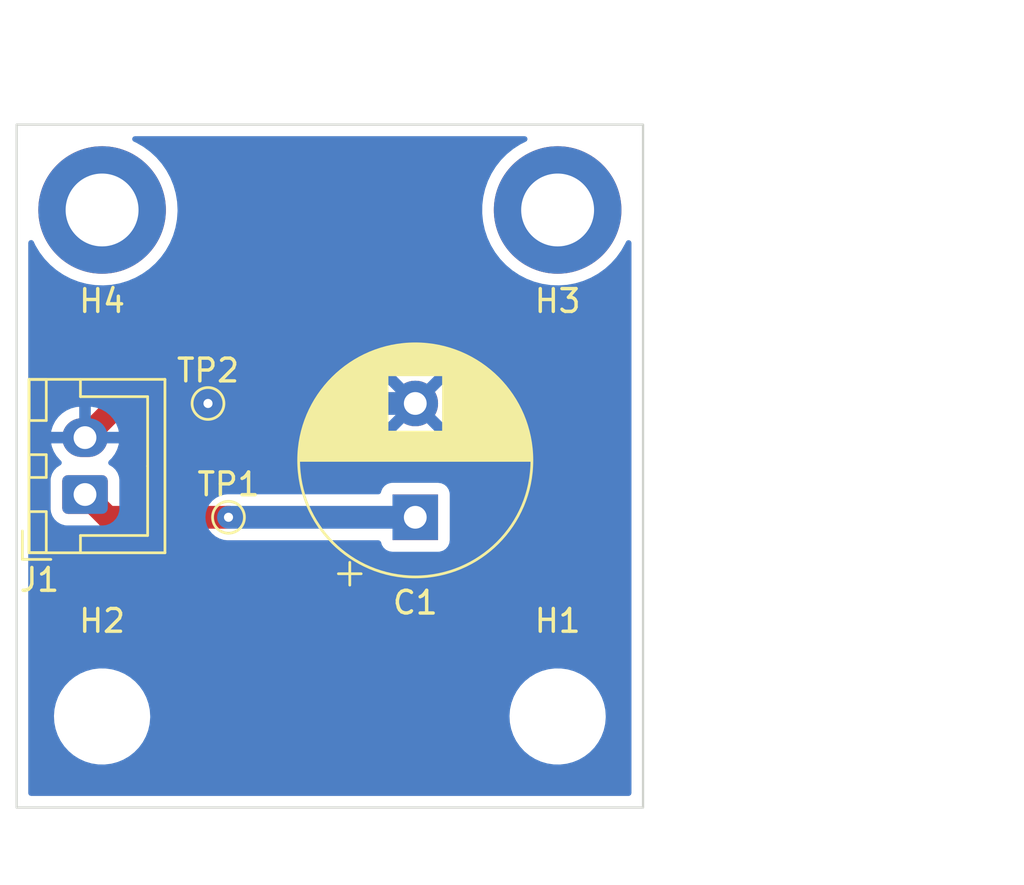
<source format=kicad_pcb>
(kicad_pcb (version 20210722) (generator pcbnew)
  (layers (0 "F.Cu" signal) (31 "B.Cu" signal) (34 "B.Paste" user) (35 "F.Paste" user) (36 "B.SilkS" user "B.Silkscreen") (37 "F.SilkS" user "F.Silkscreen") (38 "B.Mask" user) (39 "F.Mask" user) (44 "Edge.Cuts" user))
  (net 0 "")
  (net 1 "Net-(C1-Pad1)")
  (net 2 "GND")
  (footprint "MountingHole:MountingHole_3.2mm_M3_DIN965_Pad" (layer "F.Cu") (at 186.25 88.75)
    (fp_text reference "H3" (at 0 4) (layer "F.SilkS"))
    (fp_text value "PTH-3mm")
    (pad "1" thru_hole circle locked (at 0 0) (size 5.6 5.6) (drill 3.2) (layers *.Cu *.Mask))
  )
  (footprint "MountingHole:MountingHole_3.2mm_M3_DIN965_Pad" (layer "F.Cu") (at 166.25 88.75)
    (fp_text reference "H4" (at 0 4) (layer "F.SilkS"))
    (fp_text value "PTH-3mm")
    (pad "1" thru_hole circle locked (at 0 0) (size 5.6 5.6) (drill 3.2) (layers *.Cu *.Mask))
  )
  (footprint "TestPoint:TestPoint_Pad_D1.0mm" (layer "F.Cu") (at 170.9 97.25)
    (fp_text reference "TP2" (at 0 -1.448) (layer "F.SilkS"))
    (fp_text value "1mm")
    (fp_circle (center 0 0) (end 0 0.7) (layer "F.SilkS") (width 0.12) (fill none))
    (pad "1" smd circle locked (at 0 0) (size 1 1) (layers "F.Cu" "F.Mask") (net 2 "GND"))
  )
  (footprint "TestPoint:TestPoint_Pad_D1.0mm" (layer "F.Cu") (at 171.8 102.25)
    (fp_text reference "TP1" (at 0 -1.448) (layer "F.SilkS"))
    (fp_text value "1mm")
    (fp_circle (center 0 0) (end 0 0.7) (layer "F.SilkS") (width 0.12) (fill none))
    (pad "1" smd circle locked (at 0 0) (size 1 1) (layers "F.Cu" "F.Mask") (net 1 "Net-(C1-Pad1)"))
  )
  (footprint "MountingHole:MountingHole_3.2mm_M3" (layer "F.Cu") (at 166.25 111)
    (fp_text reference "H2" (at 0 -4.2) (layer "F.SilkS"))
    (fp_text value "NPTH-3mm")
    (pad "1" np_thru_hole circle locked (at 0 0) (size 3.2 3.2) (drill 3.2) (layers *.Cu *.Mask))
  )
  (footprint "MountingHole:MountingHole_3.2mm_M3" (layer "F.Cu") (at 186.25 111)
    (fp_text reference "H1" (at 0 -4.2) (layer "F.SilkS"))
    (fp_text value "NPTH-3mm")
    (pad "1" np_thru_hole circle locked (at 0 0) (size 3.2 3.2) (drill 3.2) (layers *.Cu *.Mask))
  )
  (footprint "Connector_JST:JST_XH_B2B-XH-A_1x02_P2.50mm_Vertical" (layer "F.Cu") (at 165.5 101.25 90)
    (fp_text reference "J1" (at -3.75 -2 180) (layer "F.SilkS"))
    (fp_text value "XH-2A")
    (fp_line (start 1.75 -1.7) (end 1.75 -2.45) (layer "F.SilkS") (width 0.12))
    (fp_line (start 3.25 -2.45) (end 3.25 -1.7) (layer "F.SilkS") (width 0.12))
    (fp_line (start -0.75 -1.7) (end -0.75 -2.45) (layer "F.SilkS") (width 0.12))
    (fp_line (start -0.75 -2.45) (end -2.55 -2.45) (layer "F.SilkS") (width 0.12))
    (fp_line (start 5.06 3.51) (end 5.06 -2.46) (layer "F.SilkS") (width 0.12))
    (fp_line (start 4.3 2.75) (end 1.25 2.75) (layer "F.SilkS") (width 0.12))
    (fp_line (start 1.75 -2.45) (end 0.75 -2.45) (layer "F.SilkS") (width 0.12))
    (fp_line (start -1.8 2.75) (end 1.25 2.75) (layer "F.SilkS") (width 0.12))
    (fp_line (start -2.85 -2.75) (end -2.85 -1.5) (layer "F.SilkS") (width 0.12))
    (fp_line (start -2.56 3.51) (end 5.06 3.51) (layer "F.SilkS") (width 0.12))
    (fp_line (start 5.05 -0.2) (end 4.3 -0.2) (layer "F.SilkS") (width 0.12))
    (fp_line (start 5.05 -1.7) (end 5.05 -2.45) (layer "F.SilkS") (width 0.12))
    (fp_line (start 0.75 -2.45) (end 0.75 -1.7) (layer "F.SilkS") (width 0.12))
    (fp_line (start -2.55 -0.2) (end -1.8 -0.2) (layer "F.SilkS") (width 0.12))
    (fp_line (start -1.6 -2.75) (end -2.85 -2.75) (layer "F.SilkS") (width 0.12))
    (fp_line (start 4.3 -0.2) (end 4.3 2.75) (layer "F.SilkS") (width 0.12))
    (fp_line (start -2.56 -2.46) (end -2.56 3.51) (layer "F.SilkS") (width 0.12))
    (fp_line (start 3.25 -1.7) (end 5.05 -1.7) (layer "F.SilkS") (width 0.12))
    (fp_line (start 5.05 -2.45) (end 3.25 -2.45) (layer "F.SilkS") (width 0.12))
    (fp_line (start 5.06 -2.46) (end -2.56 -2.46) (layer "F.SilkS") (width 0.12))
    (fp_line (start 0.75 -1.7) (end 1.75 -1.7) (layer "F.SilkS") (width 0.12))
    (fp_line (start -2.55 -2.45) (end -2.55 -1.7) (layer "F.SilkS") (width 0.12))
    (fp_line (start -2.55 -1.7) (end -0.75 -1.7) (layer "F.SilkS") (width 0.12))
    (fp_line (start -1.8 -0.2) (end -1.8 2.75) (layer "F.SilkS") (width 0.12))
    (pad "1" thru_hole roundrect locked (at 0 0 90) (size 1.7 2) (drill 1) (layers *.Cu *.Mask) (roundrect_rratio 0.147059) (net 1 "Net-(C1-Pad1)"))
    (pad "2" thru_hole oval locked (at 2.5 0 90) (size 1.7 2) (drill 1) (layers *.Cu *.Mask) (net 2 "GND"))
  )
  (footprint "Capacitor_THT:CP_Radial_D10.0mm_P5.00mm" (layer "F.Cu") (at 180 102.25 90)
    (fp_text reference "C1" (at -3.75 0 180) (layer "F.SilkS"))
    (fp_text value "1m25vPY_5x10x16")
    (fp_line (start 7.501 -1.062) (end 7.501 1.062) (layer "F.SilkS") (width 0.12))
    (fp_line (start 4.181 -4.797) (end 4.181 -1.241) (layer "F.SilkS") (width 0.12))
    (fp_line (start 5.501 1.241) (end 5.501 4.11) (layer "F.SilkS") (width 0.12))
    (fp_line (start 5.861 1.241) (end 5.861 3.824) (layer "F.SilkS") (width 0.12))
    (fp_line (start 4.101 -4.824) (end 4.101 -1.241) (layer "F.SilkS") (width 0.12))
    (fp_line (start 6.141 1.241) (end 6.141 3.561) (layer "F.SilkS") (width 0.12))
    (fp_line (start 3.341 -5.011) (end 3.341 5.011) (layer "F.SilkS") (width 0.12))
    (fp_line (start 4.981 -4.44) (end 4.981 -1.241) (layer "F.SilkS") (width 0.12))
    (fp_line (start 6.461 -3.206) (end 6.461 3.206) (layer "F.SilkS") (width 0.12))
    (fp_line (start 4.501 1.241) (end 4.501 4.674) (layer "F.SilkS") (width 0.12))
    (fp_line (start 4.301 -4.754) (end 4.301 -1.241) (layer "F.SilkS") (width 0.12))
    (fp_line (start 6.341 -3.347) (end 6.341 3.347) (layer "F.SilkS") (width 0.12))
    (fp_line (start 7.461 -1.23) (end 7.461 1.23) (layer "F.SilkS") (width 0.12))
    (fp_line (start 6.181 1.241) (end 6.181 3.52) (layer "F.SilkS") (width 0.12))
    (fp_line (start 4.821 1.241) (end 4.821 4.525) (layer "F.SilkS") (width 0.12))
    (fp_line (start 6.261 -3.436) (end 6.261 3.436) (layer "F.SilkS") (width 0.12))
    (fp_line (start 4.221 1.241) (end 4.221 4.783) (layer "F.SilkS") (width 0.12))
    (fp_line (start 5.341 -4.221) (end 5.341 -1.241) (layer "F.SilkS") (width 0.12))
    (fp_line (start 3.06 -5.05) (end 3.06 5.05) (layer "F.SilkS") (width 0.12))
    (fp_line (start 3.501 -4.982) (end 3.501 4.982) (layer "F.SilkS") (width 0.12))
    (fp_line (start 2.78 -5.073) (end 2.78 5.073) (layer "F.SilkS") (width 0.12))
    (fp_line (start 6.421 -3.254) (end 6.421 3.254) (layer "F.SilkS") (width 0.12))
    (fp_line (start 7.261 -1.846) (end 7.261 1.846) (layer "F.SilkS") (width 0.12))
    (fp_line (start 6.781 -2.77) (end 6.781 2.77) (layer "F.SilkS") (width 0.12))
    (fp_line (start 5.581 -4.05) (end 5.581 -1.241) (layer "F.SilkS") (width 0.12))
    (fp_line (start 4.901 1.241) (end 4.901 4.483) (layer "F.SilkS") (width 0.12))
    (fp_line (start 5.221 -4.298) (end 5.221 -1.241) (layer "F.SilkS") (width 0.12))
    (fp_line (start 5.181 -4.323) (end 5.181 -1.241) (layer "F.SilkS") (width 0.12))
    (fp_line (start 3.821 1.241) (end 3.821 4.907) (layer "F.SilkS") (width 0.12))
    (fp_line (start 3.861 -4.897) (end 3.861 -1.241) (layer "F.SilkS") (width 0.12))
    (fp_line (start 5.261 -4.273) (end 5.261 -1.241) (layer "F.SilkS") (width 0.12))
    (fp_line (start 6.061 1.241) (end 6.061 3.64) (layer "F.SilkS") (width 0.12))
    (fp_line (start 4.901 -4.483) (end 4.901 -1.241) (layer "F.SilkS") (width 0.12))
    (fp_line (start 3.541 -4.974) (end 3.541 4.974) (layer "F.SilkS") (width 0.12))
    (fp_line (start 3.02 -5.054) (end 3.02 5.054) (layer "F.SilkS") (width 0.12))
    (fp_line (start 7.301 -1.742) (end 7.301 1.742) (layer "F.SilkS") (width 0.12))
    (fp_line (start 6.541 -3.106) (end 6.541 3.106) (layer "F.SilkS") (width 0.12))
    (fp_line (start 3.301 -5.018) (end 3.301 5.018) (layer "F.SilkS") (width 0.12))
    (fp_line (start 4.581 -4.639) (end 4.581 -1.241) (layer "F.SilkS") (width 0.12))
    (fp_line (start 5.701 1.241) (end 5.701 3.957) (layer "F.SilkS") (width 0.12))
    (fp_line (start 3.221 -5.03) (end 3.221 5.03) (layer "F.SilkS") (width 0.12))
    (fp_line (start 4.141 -4.811) (end 4.141 -1.241) (layer "F.SilkS") (width 0.12))
    (fp_line (start 5.701 -3.957) (end 5.701 -1.241) (layer "F.SilkS") (width 0.12))
    (fp_line (start 5.901 -3.789) (end 5.901 -1.241) (layer "F.SilkS") (width 0.12))
    (fp_line (start 5.821 1.241) (end 5.821 3.858) (layer "F.SilkS") (width 0.12))
    (fp_line (start 3.701 -4.938) (end 3.701 4.938) (layer "F.SilkS") (width 0.12))
    (fp_line (start 2.66 -5.078) (end 2.66 5.078) (layer "F.SilkS") (width 0.12))
    (fp_line (start 5.101 -4.371) (end 5.101 -1.241) (layer "F.SilkS") (width 0.12))
    (fp_line (start 3.18 -5.035) (end 3.18 5.035) (layer "F.SilkS") (width 0.12))
    (fp_line (start 5.381 1.241) (end 5.381 4.194) (layer "F.SilkS") (width 0.12))
    (fp_line (start 5.741 1.241) (end 5.741 3.925) (layer "F.SilkS") (width 0.12))
    (fp_line (start 6.621 -3) (end 6.621 3) (layer "F.SilkS") (width 0.12))
    (fp_line (start 5.141 1.241) (end 5.141 4.347) (layer "F.SilkS") (width 0.12))
    (fp_line (start 2.9 -5.065) (end 2.9 5.065) (layer "F.SilkS") (width 0.12))
    (fp_line (start 6.381 -3.301) (end 6.381 3.301) (layer "F.SilkS") (width 0.12))
    (fp_line (start 5.061 1.241) (end 5.061 4.395) (layer "F.SilkS") (width 0.12))
    (fp_line (start 3.741 -4.928) (end 3.741 4.928) (layer "F.SilkS") (width 0.12))
    (fp_line (start 4.421 -4.707) (end 4.421 -1.241) (layer "F.SilkS") (width 0.12))
    (fp_line (start 5.101 1.241) (end 5.101 4.371) (layer "F.SilkS") (width 0.12))
    (fp_line (start 3.421 -4.997) (end 3.421 4.997) (layer "F.SilkS") (width 0.12))
    (fp_line (start 4.941 -4.462) (end 4.941 -1.241) (layer "F.SilkS") (width 0.12))
    (fp_line (start 6.221 1.241) (end 6.221 3.478) (layer "F.SilkS") (width 0.12))
    (fp_line (start 5.661 -3.989) (end 5.661 -1.241) (layer "F.SilkS") (width 0.12))
    (fp_line (start 4.541 1.241) (end 4.541 4.657) (layer "F.SilkS") (width 0.12))
    (fp_line (start 4.661 -4.603) (end 4.661 -1.241) (layer "F.SilkS") (width 0.12))
    (fp_line (start 7.421 -1.378) (end 7.421 1.378) (layer "F.SilkS") (width 0.12))
    (fp_line (start 6.101 1.241) (end 6.101 3.601) (layer "F.SilkS") (width 0.12))
    (fp_line (start 6.941 -2.51) (end 6.941 2.51) (layer "F.SilkS") (width 0.12))
    (fp_line (start 4.341 -4.738) (end 4.341 -1.241) (layer "F.SilkS") (width 0.12))
    (fp_line (start 4.621 -4.621) (end 4.621 -1.241) (layer "F.SilkS") (width 0.12))
    (fp_line (start 2.7 -5.077) (end 2.7 5.077) (layer "F.SilkS") (width 0.12))
    (fp_line (start 6.221 -3.478) (end 6.221 -1.241) (layer "F.SilkS") (width 0.12))
    (fp_line (start 6.181 -3.52) (end 6.181 -1.241) (layer "F.SilkS") (width 0.12))
    (fp_line (start 4.781 -4.545) (end 4.781 -1.241) (layer "F.SilkS") (width 0.12))
    (fp_line (start 5.941 -3.753) (end 5.941 -1.241) (layer "F.SilkS") (width 0.12))
    (fp_line (start 3.861 1.241) (end 3.861 4.897) (layer "F.SilkS") (width 0.12))
    (fp_line (start 4.861 -4.504) (end 4.861 -1.241) (layer "F.SilkS") (width 0.12))
    (fp_line (start 4.941 1.241) (end 4.941 4.462) (layer "F.SilkS") (width 0.12))
    (fp_line (start 5.821 -3.858) (end 5.821 -1.241) (layer "F.SilkS") (width 0.12))
    (fp_line (start 6.581 -3.054) (end 6.581 3.054) (layer "F.SilkS") (width 0.12))
    (fp_line (start 6.981 -2.439) (end 6.981 2.439) (layer "F.SilkS") (width 0.12))
    (fp_line (start 7.541 -0.862) (end 7.541 0.862) (layer "F.SilkS") (width 0.12))
    (fp_line (start 5.781 1.241) (end 5.781 3.892) (layer "F.SilkS") (width 0.12))
    (fp_line (start 4.021 1.241) (end 4.021 4.85) (layer "F.SilkS") (width 0.12))
    (fp_line (start 5.021 -4.417) (end 5.021 -1.241) (layer "F.SilkS") (width 0.12))
    (fp_line (start 5.341 1.241) (end 5.341 4.221) (layer "F.SilkS") (width 0.12))
    (fp_line (start 4.821 -4.525) (end 4.821 -1.241) (layer "F.SilkS") (width 0.12))
    (fp_line (start 4.381 1.241) (end 4.381 4.723) (layer "F.SilkS") (width 0.12))
    (fp_line (start 5.421 -4.166) (end 5.421 -1.241) (layer "F.SilkS") (width 0.12))
    (fp_line (start 7.141 -2.125) (end 7.141 2.125) (layer "F.SilkS") (width 0.12))
    (fp_line (start 4.301 1.241) (end 4.301 4.754) (layer "F.SilkS") (width 0.12))
    (fp_line (start 6.021 1.241) (end 6.021 3.679) (layer "F.SilkS") (width 0.12))
    (fp_line (start 4.501 -4.674) (end 4.501 -1.241) (layer "F.SilkS") (width 0.12))
    (fp_line (start 2.98 -5.058) (end 2.98 5.058) (layer "F.SilkS") (width 0.12))
    (fp_line (start 4.741 -4.564) (end 4.741 -1.241) (layer "F.SilkS") (width 0.12))
    (fp_line (start 3.1 -5.045) (end 3.1 5.045) (layer "F.SilkS") (width 0.12))
    (fp_line (start 7.341 -1.63) (end 7.341 1.63) (layer "F.SilkS") (width 0.12))
    (fp_line (start 3.981 1.241) (end 3.981 4.862) (layer "F.SilkS") (width 0.12))
    (fp_line (start 4.101 1.241) (end 4.101 4.824) (layer "F.SilkS") (width 0.12))
    (fp_line (start 6.661 -2.945) (end 6.661 2.945) (layer "F.SilkS") (width 0.12))
    (fp_line (start 3.661 -4.947) (end 3.661 4.947) (layer "F.SilkS") (width 0.12))
    (fp_line (start 4.221 -4.783) (end 4.221 -1.241) (layer "F.SilkS") (width 0.12))
    (fp_line (start 2.58 -5.08) (end 2.58 5.08) (layer "F.SilkS") (width 0.12))
    (fp_line (start 4.661 1.241) (end 4.661 4.603) (layer "F.SilkS") (width 0.12))
    (fp_line (start 2.86 -5.068) (end 2.86 5.068) (layer "F.SilkS") (width 0.12))
    (fp_line (start -2.479646 -3.375) (end -2.479646 -2.375) (layer "F.SilkS") (width 0.12))
    (fp_line (start 3.261 -5.024) (end 3.261 5.024) (layer "F.SilkS") (width 0.12))
    (fp_line (start 4.181 1.241) (end 4.181 4.797) (layer "F.SilkS") (width 0.12))
    (fp_line (start -2.979646 -2.875) (end -1.979646 -2.875) (layer "F.SilkS") (width 0.12))
    (fp_line (start 5.461 1.241) (end 5.461 4.138) (layer "F.SilkS") (width 0.12))
    (fp_line (start 3.901 -4.885) (end 3.901 -1.241) (layer "F.SilkS") (width 0.12))
    (fp_line (start 7.061 -2.289) (end 7.061 2.289) (layer "F.SilkS") (width 0.12))
    (fp_line (start 4.061 1.241) (end 4.061 4.837) (layer "F.SilkS") (width 0.12))
    (fp_line (start 3.901 1.241) (end 3.901 4.885) (layer "F.SilkS") (width 0.12))
    (fp_line (start 7.581 -0.599) (end 7.581 0.599) (layer "F.SilkS") (width 0.12))
    (fp_line (start 4.261 1.241) (end 4.261 4.768) (layer "F.SilkS") (width 0.12))
    (fp_line (start 7.221 -1.944) (end 7.221 1.944) (layer "F.SilkS") (width 0.12))
    (fp_line (start 3.14 -5.04) (end 3.14 5.04) (layer "F.SilkS") (width 0.12))
    (fp_line (start 5.621 -4.02) (end 5.621 -1.241) (layer "F.SilkS") (width 0.12))
    (fp_line (start 4.061 -4.837) (end 4.061 -1.241) (layer "F.SilkS") (width 0.12))
    (fp_line (start 2.82 -5.07) (end 2.82 5.07) (layer "F.SilkS") (width 0.12))
    (fp_line (start 5.901 1.241) (end 5.901 3.789) (layer "F.SilkS") (width 0.12))
    (fp_line (start 7.381 -1.51) (end 7.381 1.51) (layer "F.SilkS") (width 0.12))
    (fp_line (start 3.581 -4.965) (end 3.581 4.965) (layer "F.SilkS") (width 0.12))
    (fp_line (start 4.421 1.241) (end 4.421 4.707) (layer "F.SilkS") (width 0.12))
    (fp_line (start 4.621 1.241) (end 4.621 4.621) (layer "F.SilkS") (width 0.12))
    (fp_line (start 6.701 -2.889) (end 6.701 2.889) (layer "F.SilkS") (width 0.12))
    (fp_line (start 5.301 -4.247) (end 5.301 -1.241) (layer "F.SilkS") (width 0.12))
    (fp_line (start 6.861 -2.645) (end 6.861 2.645) (layer "F.SilkS") (width 0.12))
    (fp_line (start 6.901 -2.579) (end 6.901 2.579) (layer "F.SilkS") (width 0.12))
    (fp_line (start 4.261 -4.768) (end 4.261 -1.241) (layer "F.SilkS") (width 0.12))
    (fp_line (start 4.021 -4.85) (end 4.021 -1.241) (layer "F.SilkS") (width 0.12))
    (fp_line (start 4.981 1.241) (end 4.981 4.44) (layer "F.SilkS") (width 0.12))
    (fp_line (start 5.861 -3.824) (end 5.861 -1.241) (layer "F.SilkS") (width 0.12))
    (fp_line (start 2.5 -5.08) (end 2.5 5.08) (layer "F.SilkS") (width 0.12))
    (fp_line (start 5.381 -4.194) (end 5.381 -1.241) (layer "F.SilkS") (width 0.12))
    (fp_line (start 5.461 -4.138) (end 5.461 -1.241) (layer "F.SilkS") (width 0.12))
    (fp_line (start 5.261 1.241) (end 5.261 4.273) (layer "F.SilkS") (width 0.12))
    (fp_line (start 3.941 -4.874) (end 3.941 -1.241) (layer "F.SilkS") (width 0.12))
    (fp_line (start 3.621 -4.956) (end 3.621 4.956) (layer "F.SilkS") (width 0.12))
    (fp_line (start 6.101 -3.601) (end 6.101 -1.241) (layer "F.SilkS") (width 0.12))
    (fp_line (start 4.781 1.241) (end 4.781 4.545) (layer "F.SilkS") (width 0.12))
    (fp_line (start 5.541 -4.08) (end 5.541 -1.241) (layer "F.SilkS") (width 0.12))
    (fp_line (start 5.981 1.241) (end 5.981 3.716) (layer "F.SilkS") (width 0.12))
    (fp_line (start 4.581 1.241) (end 4.581 4.639) (layer "F.SilkS") (width 0.12))
    (fp_line (start 5.981 -3.716) (end 5.981 -1.241) (layer "F.SilkS") (width 0.12))
    (fp_line (start 5.301 1.241) (end 5.301 4.247) (layer "F.SilkS") (width 0.12))
    (fp_line (start 5.421 1.241) (end 5.421 4.166) (layer "F.SilkS") (width 0.12))
    (fp_line (start 7.021 -2.365) (end 7.021 2.365) (layer "F.SilkS") (width 0.12))
    (fp_line (start 5.661 1.241) (end 5.661 3.989) (layer "F.SilkS") (width 0.12))
    (fp_line (start 3.821 -4.907) (end 3.821 -1.241) (layer "F.SilkS") (width 0.12))
    (fp_line (start 4.381 -4.723) (end 4.381 -1.241) (layer "F.SilkS") (width 0.12))
    (fp_line (start 3.941 1.241) (end 3.941 4.874) (layer "F.SilkS") (width 0.12))
    (fp_line (start 5.781 -3.892) (end 5.781 -1.241) (layer "F.SilkS") (width 0.12))
    (fp_line (start 4.541 -4.657) (end 4.541 -1.241) (layer "F.SilkS") (width 0.12))
    (fp_line (start 5.541 1.241) (end 5.541 4.08) (layer "F.SilkS") (width 0.12))
    (fp_line (start 5.621 1.241) (end 5.621 4.02) (layer "F.SilkS") (width 0.12))
    (fp_line (start 3.981 -4.862) (end 3.981 -1.241) (layer "F.SilkS") (width 0.12))
    (fp_line (start 6.821 -2.709) (end 6.821 2.709) (layer "F.SilkS") (width 0.12))
    (fp_line (start 5.941 1.241) (end 5.941 3.753) (layer "F.SilkS") (width 0.12))
    (fp_line (start 5.741 -3.925) (end 5.741 -1.241) (layer "F.SilkS") (width 0.12))
    (fp_line (start 2.94 -5.062) (end 2.94 5.062) (layer "F.SilkS") (width 0.12))
    (fp_line (start 7.101 -2.209) (end 7.101 2.209) (layer "F.SilkS") (width 0.12))
    (fp_line (start 6.301 -3.392) (end 6.301 3.392) (layer "F.SilkS") (width 0.12))
    (fp_line (start 5.221 1.241) (end 5.221 4.298) (layer "F.SilkS") (width 0.12))
    (fp_line (start 3.781 -4.918) (end 3.781 -1.241) (layer "F.SilkS") (width 0.12))
    (fp_line (start 4.141 1.241) (end 4.141 4.811) (layer "F.SilkS") (width 0.12))
    (fp_line (start 4.701 -4.584) (end 4.701 -1.241) (layer "F.SilkS") (width 0.12))
    (fp_line (start 4.861 1.241) (end 4.861 4.504) (layer "F.SilkS") (width 0.12))
    (fp_line (start 4.461 -4.69) (end 4.461 -1.241) (layer "F.SilkS") (width 0.12))
    (fp_line (start 5.141 -4.347) (end 5.141 -1.241) (layer "F.SilkS") (width 0.12))
    (fp_line (start 6.061 -3.64) (end 6.061 -1.241) (layer "F.SilkS") (width 0.12))
    (fp_line (start 2.62 -5.079) (end 2.62 5.079) (layer "F.SilkS") (width 0.12))
    (fp_line (start 5.021 1.241) (end 5.021 4.417) (layer "F.SilkS") (width 0.12))
    (fp_line (start 2.74 -5.075) (end 2.74 5.075) (layer "F.SilkS") (width 0.12))
    (fp_line (start 4.701 1.241) (end 4.701 4.584) (layer "F.SilkS") (width 0.12))
    (fp_line (start 6.021 -3.679) (end 6.021 -1.241) (layer "F.SilkS") (width 0.12))
    (fp_line (start 4.461 1.241) (end 4.461 4.69) (layer "F.SilkS") (width 0.12))
    (fp_line (start 3.381 -5.004) (end 3.381 5.004) (layer "F.SilkS") (width 0.12))
    (fp_line (start 5.061 -4.395) (end 5.061 -1.241) (layer "F.SilkS") (width 0.12))
    (fp_line (start 6.741 -2.83) (end 6.741 2.83) (layer "F.SilkS") (width 0.12))
    (fp_line (start 4.341 1.241) (end 4.341 4.738) (layer "F.SilkS") (width 0.12))
    (fp_line (start 5.581 1.241) (end 5.581 4.05) (layer "F.SilkS") (width 0.12))
    (fp_line (start 4.741 1.241) (end 4.741 4.564) (layer "F.SilkS") (width 0.12))
    (fp_line (start 2.54 -5.08) (end 2.54 5.08) (layer "F.SilkS") (width 0.12))
    (fp_line (start 3.781 1.241) (end 3.781 4.918) (layer "F.SilkS") (width 0.12))
    (fp_line (start 6.141 -3.561) (end 6.141 -1.241) (layer "F.SilkS") (width 0.12))
    (fp_line (start 3.461 -4.99) (end 3.461 4.99) (layer "F.SilkS") (width 0.12))
    (fp_line (start 7.181 -2.037) (end 7.181 2.037) (layer "F.SilkS") (width 0.12))
    (fp_line (start 5.181 1.241) (end 5.181 4.323) (layer "F.SilkS") (width 0.12))
    (fp_line (start 5.501 -4.11) (end 5.501 -1.241) (layer "F.SilkS") (width 0.12))
    (fp_line (start 6.501 -3.156) (end 6.501 3.156) (layer "F.SilkS") (width 0.12))
    (fp_circle (center 2.5 0) (end 7.62 0) (layer "F.SilkS") (width 0.12) (fill none))
    (pad "1" thru_hole rect locked (at 0 0 90) (size 2 2) (drill 1) (layers *.Cu *.Mask) (net 1 "Net-(C1-Pad1)"))
    (pad "2" thru_hole circle locked (at 5 0 90) (size 2 2) (drill 1) (layers *.Cu *.Mask) (net 2 "GND"))
  )
  (gr_rect (start 162.5 85) (end 190 115) (layer "Edge.Cuts") (width 0.1) (fill none))
  (segment (start 165.5 101.25) (end 166.5 102.25) (width 1) (layer "F.Cu") (net 1))
  (segment (start 166.5 102.25) (end 171.8 102.25) (width 1) (layer "F.Cu") (net 1))
  (via (at 171.8 102.25) (size 0.8) (drill 0.4) (layers "F.Cu" "B.Cu") (net 1))
  (segment (start 171.8 102.25) (end 180 102.25) (width 1) (layer "B.Cu") (net 1))
  (segment (start 170.9 97.25) (end 167 97.25) (width 1) (layer "F.Cu") (net 2))
  (segment (start 167 97.25) (end 165.64999 98.60001) (width 1) (layer "F.Cu") (net 2))
  (via (at 170.9 97.25) (size 0.8) (drill 0.4) (layers "F.Cu" "B.Cu") (net 2))
  (segment (start 170.9 97.25) (end 180 97.25) (width 1) (layer "B.Cu") (net 2))
  (zone (net 2) (net_name "GND") (layer "B.Cu") (connect_pads (clearance 0.508)) (min_thickness 0.254) (fill yes (thermal_gap 0.508) (thermal_bridge_width 0.508))
    (polygon (pts (xy 189.5 114.5) (xy 163 114.5) (xy 163 85.5) (xy 189.5 85.5)))
  )
)
</source>
